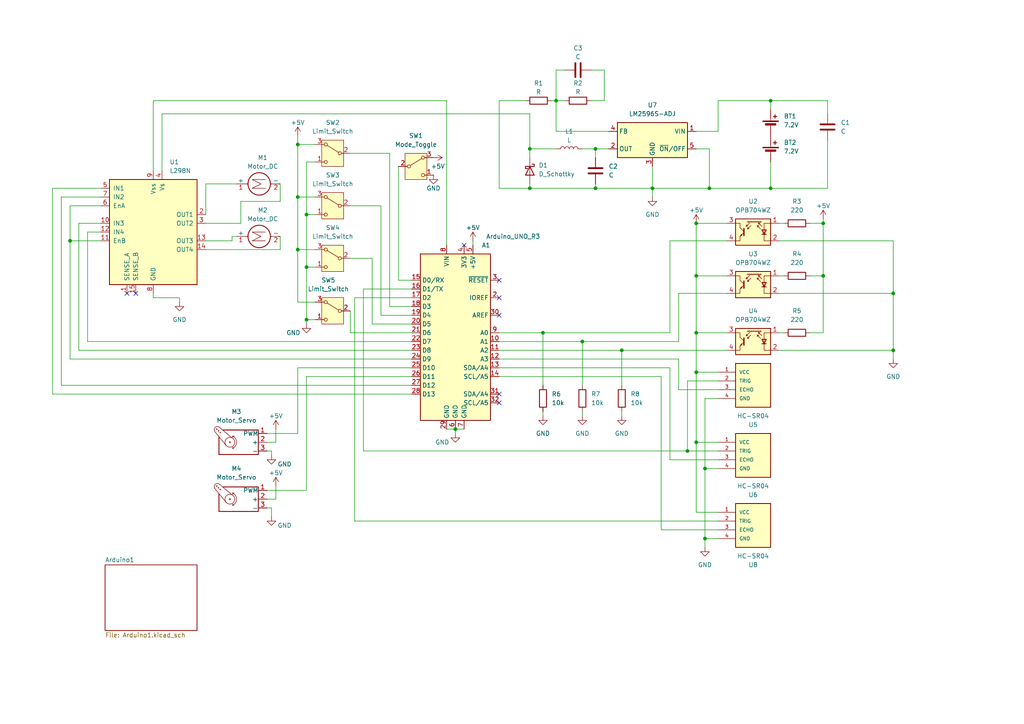
<source format=kicad_sch>
(kicad_sch (version 20230121) (generator eeschema)
  (paper "A4")
  (lib_symbols
    (symbol "Device:Battery_Cell" (pin_numbers hide) (pin_names (offset 0) hide)
      (property "Reference" "BT" (at 2.54 2.54 0))
      (property "Value" "Battery_Cell" (at 2.54 0 0))
      (symbol "Battery_Cell_0_1"
        (rectangle (start -2.286 1.778) (end 2.286 1.524) (fill (type outline)))
        (rectangle (start -1.524 1.016) (end 1.524 0.508) (fill (type outline)))
        (polyline (pts (xy 0 0.762) (xy 0 0)))
        (polyline (pts (xy 0 1.778) (xy 0 2.54)))
        (polyline (pts (xy 0.762 3.048) (xy 1.778 3.048)) (stroke (width 0.254)))
        (polyline (pts (xy 1.27 3.556) (xy 1.27 2.54)) (stroke (width 0.254)))
      )
      (symbol "Battery_Cell_1_1"
        (pin passive line (at 0 5.08 270) (length 2.54) (name "+") (number "1"))
        (pin passive line (at 0 -2.54 90) (length 2.54) (name "-") (number "2"))
      )
    )
    (symbol "Device:C" (pin_numbers hide) (pin_names (offset 0.254))
      (property "Reference" "C" (at 0.635 2.54 0))
      (property "Value" "C" (at 0.635 -2.54 0))
      (symbol "C_0_1"
        (polyline (pts (xy -2.032 -0.762) (xy 2.032 -0.762)) (stroke (width 0.508)))
        (polyline (pts (xy -2.032 0.762) (xy 2.032 0.762)) (stroke (width 0.508)))
      )
      (symbol "C_1_1"
        (pin passive line (at 0 3.81 270) (length 2.794) (name "~") (number "1"))
        (pin passive line (at 0 -3.81 90) (length 2.794) (name "~") (number "2"))
      )
    )
    (symbol "Device:D_Schottky" (pin_numbers hide) (pin_names (offset 1.016) hide)
      (property "Reference" "D" (at 0 2.54 0))
      (property "Value" "D_Schottky" (at 0 -2.54 0))
      (symbol "D_Schottky_0_1"
        (polyline (pts (xy 1.27 0) (xy -1.27 0)))
        (polyline (pts (xy 1.27 1.27) (xy 1.27 -1.27) (xy -1.27 0) (xy 1.27 1.27)) (stroke (width 0.254)))
        (polyline (pts (xy -1.905 0.635) (xy -1.905 1.27) (xy -1.27 1.27) (xy -1.27 -1.27) (xy -0.635 -1.27) (xy -0.635 -0.635)) (stroke (width 0.254)))
      )
      (symbol "D_Schottky_1_1"
        (pin passive line (at -3.81 0 0) (length 2.54) (name "K") (number "1"))
        (pin passive line (at 3.81 0 180) (length 2.54) (name "A") (number "2"))
      )
    )
    (symbol "Device:L" (pin_numbers hide) (pin_names (offset 1.016) hide)
      (property "Reference" "L" (at -1.27 0 90))
      (property "Value" "L" (at 1.905 0 90))
      (symbol "L_0_1"
        (arc (start 0 -2.54) (mid 0.6323 -1.905) (end 0 -1.27))
        (arc (start 0 -1.27) (mid 0.6323 -0.635) (end 0 0))
        (arc (start 0 0) (mid 0.6323 0.635) (end 0 1.27))
        (arc (start 0 1.27) (mid 0.6323 1.905) (end 0 2.54))
      )
      (symbol "L_1_1"
        (pin passive line (at 0 3.81 270) (length 1.27) (name "1") (number "1"))
        (pin passive line (at 0 -3.81 90) (length 1.27) (name "2") (number "2"))
      )
    )
    (symbol "Device:R" (pin_numbers hide) (pin_names (offset 0))
      (property "Reference" "R" (at 2.032 0 90))
      (property "Value" "R" (at 0 0 90))
      (symbol "R_0_1"
        (rectangle (start -1.016 -2.54) (end 1.016 2.54) (stroke (width 0.254)))
      )
      (symbol "R_1_1"
        (pin passive line (at 0 3.81 270) (length 1.27) (name "~") (number "1"))
        (pin passive line (at 0 -3.81 90) (length 1.27) (name "~") (number "2"))
      )
    )
    (symbol "Driver_Motor:L298N" (pin_names (offset 1.016))
      (property "Reference" "U" (at -10.16 16.51 0))
      (property "Value" "L298N" (at 12.7 16.51 0))
      (symbol "L298N_0_1"
        (rectangle (start -12.7 15.24) (end 12.7 -15.24) (stroke (width 0.254)) (fill (type background)))
      )
      (symbol "L298N_1_1"
        (pin power_in line (at -7.62 -17.78 90) (length 2.54) (name "SENSE_A") (number "1"))
        (pin input line (at -15.24 2.54 0) (length 2.54) (name "IN3") (number "10"))
        (pin input line (at -15.24 -2.54 0) (length 2.54) (name "EnB") (number "11"))
        (pin input line (at -15.24 0 0) (length 2.54) (name "IN4") (number "12"))
        (pin output line (at 15.24 -2.54 180) (length 2.54) (name "OUT3") (number "13"))
        (pin output line (at 15.24 -5.08 180) (length 2.54) (name "OUT4") (number "14"))
        (pin power_in line (at -5.08 -17.78 90) (length 2.54) (name "SENSE_B") (number "15"))
        (pin output line (at 15.24 5.08 180) (length 2.54) (name "OUT1") (number "2"))
        (pin output line (at 15.24 2.54 180) (length 2.54) (name "OUT2") (number "3"))
        (pin power_in line (at 2.54 17.78 270) (length 2.54) (name "Vs") (number "4"))
        (pin input line (at -15.24 12.7 0) (length 2.54) (name "IN1") (number "5"))
        (pin input line (at -15.24 7.62 0) (length 2.54) (name "EnA") (number "6"))
        (pin input line (at -15.24 10.16 0) (length 2.54) (name "IN2") (number "7"))
        (pin power_in line (at 0 -17.78 90) (length 2.54) (name "GND") (number "8"))
        (pin power_in line (at 0 17.78 270) (length 2.54) (name "Vss") (number "9"))
      )
    )
    (symbol "HC-SR04:HC-SR04" (pin_names (offset 1.016))
      (property "Reference" "U" (at 0 5.0813 0))
      (property "Value" "HC-SR04" (at 0 -10.163 0))
      (symbol "HC-SR04_0_0"
        (rectangle (start 0 -7.62) (end 10.16 5.08) (stroke (width 0.254)) (fill (type background)))
        (pin power_in line (at -5.08 2.54 0) (length 5.08) (name "VCC") (number "1"))
        (pin bidirectional line (at -5.08 0 0) (length 5.08) (name "TRIG") (number "2"))
        (pin bidirectional line (at -5.08 -2.54 0) (length 5.08) (name "ECHO") (number "3"))
        (pin power_in line (at -5.08 -5.08 0) (length 5.08) (name "GND") (number "4"))
      )
    )
    (symbol "MCU_Module:Arduino_UNO_R3"
      (property "Reference" "A" (at -10.16 23.495 0))
      (property "Value" "Arduino_UNO_R3" (at 5.08 -26.67 0))
      (symbol "Arduino_UNO_R3_0_1"
        (rectangle (start -10.16 22.86) (end 10.16 -25.4) (stroke (width 0.254)) (fill (type background)))
      )
      (symbol "Arduino_UNO_R3_1_1"
        (pin no_connect line (at -10.16 -20.32 0) (length 2.54) hide (name "NC") (number "1"))
        (pin bidirectional line (at 12.7 -2.54 180) (length 2.54) (name "A1") (number "10"))
        (pin bidirectional line (at 12.7 -5.08 180) (length 2.54) (name "A2") (number "11"))
        (pin bidirectional line (at 12.7 -7.62 180) (length 2.54) (name "A3") (number "12"))
        (pin bidirectional line (at 12.7 -10.16 180) (length 2.54) (name "SDA/A4") (number "13"))
        (pin bidirectional line (at 12.7 -12.7 180) (length 2.54) (name "SCL/A5") (number "14"))
        (pin bidirectional line (at -12.7 15.24 0) (length 2.54) (name "D0/RX") (number "15"))
        (pin bidirectional line (at -12.7 12.7 0) (length 2.54) (name "D1/TX") (number "16"))
        (pin bidirectional line (at -12.7 10.16 0) (length 2.54) (name "D2") (number "17"))
        (pin bidirectional line (at -12.7 7.62 0) (length 2.54) (name "D3") (number "18"))
        (pin bidirectional line (at -12.7 5.08 0) (length 2.54) (name "D4") (number "19"))
        (pin output line (at 12.7 10.16 180) (length 2.54) (name "IOREF") (number "2"))
        (pin bidirectional line (at -12.7 2.54 0) (length 2.54) (name "D5") (number "20"))
        (pin bidirectional line (at -12.7 0 0) (length 2.54) (name "D6") (number "21"))
        (pin bidirectional line (at -12.7 -2.54 0) (length 2.54) (name "D7") (number "22"))
        (pin bidirectional line (at -12.7 -5.08 0) (length 2.54) (name "D8") (number "23"))
        (pin bidirectional line (at -12.7 -7.62 0) (length 2.54) (name "D9") (number "24"))
        (pin bidirectional line (at -12.7 -10.16 0) (length 2.54) (name "D10") (number "25"))
        (pin bidirectional line (at -12.7 -12.7 0) (length 2.54) (name "D11") (number "26"))
        (pin bidirectional line (at -12.7 -15.24 0) (length 2.54) (name "D12") (number "27"))
        (pin bidirectional line (at -12.7 -17.78 0) (length 2.54) (name "D13") (number "28"))
        (pin power_in line (at -2.54 -27.94 90) (length 2.54) (name "GND") (number "29"))
        (pin input line (at 12.7 15.24 180) (length 2.54) (name "~{RESET}") (number "3"))
        (pin input line (at 12.7 5.08 180) (length 2.54) (name "AREF") (number "30"))
        (pin bidirectional line (at 12.7 -17.78 180) (length 2.54) (name "SDA/A4") (number "31"))
        (pin bidirectional line (at 12.7 -20.32 180) (length 2.54) (name "SCL/A5") (number "32"))
        (pin power_out line (at 2.54 25.4 270) (length 2.54) (name "3V3") (number "4"))
        (pin power_out line (at 5.08 25.4 270) (length 2.54) (name "+5V") (number "5"))
        (pin power_in line (at 0 -27.94 90) (length 2.54) (name "GND") (number "6"))
        (pin power_in line (at 2.54 -27.94 90) (length 2.54) (name "GND") (number "7"))
        (pin power_in line (at -2.54 25.4 270) (length 2.54) (name "VIN") (number "8"))
        (pin bidirectional line (at 12.7 0 180) (length 2.54) (name "A0") (number "9"))
      )
    )
    (symbol "Motor:Motor_DC" (pin_names (offset 0))
      (property "Reference" "M" (at 2.54 2.54 0))
      (property "Value" "Motor_DC" (at 2.54 -5.08 0))
      (symbol "Motor_DC_0_0"
        (polyline (pts (xy -1.27 -3.302) (xy -1.27 0.508) (xy 0 -2.032) (xy 1.27 0.508) (xy 1.27 -3.302)))
      )
      (symbol "Motor_DC_0_1"
        (circle (center 0 -1.524) (radius 3.2512) (stroke (width 0.254)))
        (polyline (pts (xy 0 -7.62) (xy 0 -7.112)))
        (polyline (pts (xy 0 -4.7752) (xy 0 -5.1816)))
        (polyline (pts (xy 0 1.7272) (xy 0 2.0828)))
        (polyline (pts (xy 0 2.032) (xy 0 2.54)))
      )
      (symbol "Motor_DC_1_1"
        (pin passive line (at 0 5.08 270) (length 2.54) (name "+") (number "1"))
        (pin passive line (at 0 -7.62 90) (length 2.54) (name "-") (number "2"))
      )
    )
    (symbol "Motor:Motor_Servo" (pin_names (offset 0.0254))
      (property "Reference" "M" (at -5.08 4.445 0))
      (property "Value" "Motor_Servo" (at -5.08 -4.064 0))
      (symbol "Motor_Servo_0_1"
        (polyline (pts (xy 2.413 -1.778) (xy 2.032 -1.778)))
        (polyline (pts (xy 2.413 -1.778) (xy 2.286 -1.397)))
        (polyline (pts (xy 2.413 1.778) (xy 1.905 1.778)))
        (polyline (pts (xy 2.413 1.778) (xy 2.286 1.397)))
        (polyline (pts (xy 6.35 4.445) (xy 2.54 1.27)))
        (polyline (pts (xy 7.62 3.175) (xy 4.191 -1.016)))
        (polyline (pts (xy 5.08 3.556) (xy -5.08 3.556) (xy -5.08 -3.556) (xy 6.35 -3.556) (xy 6.35 1.524)) (stroke (width 0.254)))
        (arc (start 2.413 1.778) (mid 1.2406 0) (end 2.413 -1.778))
        (circle (center 3.175 0) (radius 0.1778))
        (circle (center 3.175 0) (radius 1.4224))
        (circle (center 5.969 2.794) (radius 0.127))
        (circle (center 6.477 3.302) (radius 0.127))
        (circle (center 6.985 3.81) (radius 0.127))
        (arc (start 7.62 3.175) (mid 7.4485 4.2735) (end 6.35 4.445))
      )
      (symbol "Motor_Servo_1_1"
        (pin passive line (at -7.62 2.54 0) (length 2.54) (name "PWM") (number "1"))
        (pin passive line (at -7.62 0 0) (length 2.54) (name "+") (number "2"))
        (pin passive line (at -7.62 -2.54 0) (length 2.54) (name "-") (number "3"))
      )
    )
    (symbol "Regulator_Switching:LM2596S-ADJ"
      (property "Reference" "U" (at -10.16 6.35 0))
      (property "Value" "LM2596S-ADJ" (at 0 6.35 0))
      (symbol "LM2596S-ADJ_0_1"
        (rectangle (start -10.16 5.08) (end 10.16 -5.08) (stroke (width 0.254)) (fill (type background)))
      )
      (symbol "LM2596S-ADJ_1_1"
        (pin power_in line (at -12.7 2.54 0) (length 2.54) (name "VIN") (number "1"))
        (pin output line (at 12.7 -2.54 180) (length 2.54) (name "OUT") (number "2"))
        (pin power_in line (at 0 -7.62 90) (length 2.54) (name "GND") (number "3"))
        (pin input line (at 12.7 2.54 180) (length 2.54) (name "FB") (number "4"))
        (pin input line (at -12.7 -2.54 0) (length 2.54) (name "~{ON}/OFF") (number "5"))
      )
    )
    (symbol "Sensor_Proximity:CNY70" (pin_names (offset 1.016) hide)
      (property "Reference" "U" (at -5.08 5.08 0))
      (property "Value" "CNY70" (at 5.08 5.08 0))
      (symbol "CNY70_0_1"
        (polyline (pts (xy -3.81 -0.635) (xy -2.54 -0.635)) (stroke (width 0.254)))
        (polyline (pts (xy -2.286 2.921) (xy -2.032 3.175)))
        (polyline (pts (xy -1.778 2.921) (xy -1.524 3.175)))
        (polyline (pts (xy -1.524 2.667) (xy -1.651 2.159)))
        (polyline (pts (xy -1.27 2.921) (xy -1.016 3.175)))
        (polyline (pts (xy -1.143 1.905) (xy -1.27 1.397)))
        (polyline (pts (xy -0.762 2.921) (xy -0.508 3.175)))
        (polyline (pts (xy -0.254 2.921) (xy 0 3.175)))
        (polyline (pts (xy 0.254 2.921) (xy 0.508 3.175)))
        (polyline (pts (xy 0.762 2.921) (xy 1.016 3.175)))
        (polyline (pts (xy 1.27 2.921) (xy 1.524 3.175)))
        (polyline (pts (xy 1.651 0.889) (xy 1.143 1.016)))
        (polyline (pts (xy 1.778 2.921) (xy -2.413 2.921)))
        (polyline (pts (xy 2.032 1.651) (xy 1.524 1.778)))
        (polyline (pts (xy 2.667 -0.127) (xy 3.81 -1.27)))
        (polyline (pts (xy 2.667 0.127) (xy 3.81 1.27)))
        (polyline (pts (xy -2.54 1.651) (xy -1.524 2.667) (xy -2.032 2.54)))
        (polyline (pts (xy -2.159 0.889) (xy -1.143 1.905) (xy -1.651 1.778)))
        (polyline (pts (xy 0.635 1.905) (xy 1.651 0.889) (xy 1.524 1.397)))
        (polyline (pts (xy 1.016 2.667) (xy 2.032 1.651) (xy 1.905 2.159)))
        (polyline (pts (xy 2.667 1.016) (xy 2.667 -1.016) (xy 2.667 -1.016)) (stroke (width 0.3556)))
        (polyline (pts (xy 3.81 -1.27) (xy 3.81 -2.54) (xy 5.08 -2.54)))
        (polyline (pts (xy 3.81 1.27) (xy 3.81 2.54) (xy 5.08 2.54)))
        (polyline (pts (xy -5.08 -2.54) (xy -3.175 -2.54) (xy -3.175 2.54) (xy -5.08 2.54)))
        (polyline (pts (xy -3.175 -0.635) (xy -3.81 0.635) (xy -2.54 0.635) (xy -3.175 -0.635)) (stroke (width 0.254)))
        (polyline (pts (xy 3.683 -1.143) (xy 3.429 -0.635) (xy 3.175 -0.889) (xy 3.683 -1.143)))
        (polyline (pts (xy -5.08 -3.81) (xy 5.08 -3.81) (xy 5.08 3.81) (xy -5.08 3.81) (xy -5.08 -3.81)) (stroke (width 0.254)) (fill (type background)))
      )
      (symbol "CNY70_1_1"
        (pin passive line (at -7.62 2.54 0) (length 2.54) (name "A") (number "1"))
        (pin passive line (at -7.62 -2.54 0) (length 2.54) (name "K") (number "2"))
        (pin open_collector line (at 7.62 2.54 180) (length 2.54) (name "C") (number "3"))
        (pin open_emitter line (at 7.62 -2.54 180) (length 2.54) (name "E") (number "4"))
      )
    )
    (symbol "Switch:SW_Nidec_CAS-120A1" (pin_names (offset 1) hide)
      (property "Reference" "SW" (at 0 4.318 0))
      (property "Value" "SW_Nidec_CAS-120A1" (at 0 -5.08 0))
      (symbol "SW_Nidec_CAS-120A1_0_1"
        (circle (center -2.032 0) (radius 0.4572))
        (polyline (pts (xy -1.651 0.254) (xy 1.651 2.286)))
        (circle (center 2.032 -2.54) (radius 0.4572))
        (circle (center 2.032 2.54) (radius 0.4572))
      )
      (symbol "SW_Nidec_CAS-120A1_1_1"
        (rectangle (start -3.175 3.81) (end 3.175 -3.81) (fill (type background)))
        (pin passive line (at 5.08 -2.54 180) (length 2.54) (name "C") (number "1"))
        (pin passive line (at -5.08 0 0) (length 2.54) (name "B") (number "2"))
        (pin passive line (at 5.08 2.54 180) (length 2.54) (name "A") (number "3"))
      )
    )
    (symbol "power:+5V" (power) (pin_names (offset 0))
      (property "Value" "+5V" (at 0 3.556 0))
      (symbol "+5V_0_1"
        (polyline (pts (xy -0.762 1.27) (xy 0 2.54)))
        (polyline (pts (xy 0 0) (xy 0 2.54)))
        (polyline (pts (xy 0 2.54) (xy 0.762 1.27)))
      )
      (symbol "+5V_1_1"
        (pin power_in line (at 0 0 90) (length 0) hide (name "+5V") (number "1"))
      )
    )
    (symbol "power:GND" (power) (pin_names (offset 0))
      (property "Value" "GND" (at 0 -3.81 0))
      (symbol "GND_0_1"
        (polyline (pts (xy 0 0) (xy 0 -1.27) (xy 1.27 -1.27) (xy 0 -2.54) (xy -1.27 -1.27) (xy 0 -1.27)))
      )
      (symbol "GND_1_1"
        (pin power_in line (at 0 0 270) (length 0) hide (name "GND") (number "1"))
      )
    )
  )
  (junction (at 201.93 96.52))
  (junction (at 86.36 41.91))
  (junction (at 88.9 92.71))
  (junction (at 172.72 43.18))
  (junction (at 259.08 85.09))
  (junction (at 172.72 54.61))
  (junction (at 168.91 99.06))
  (junction (at 20.32 69.85))
  (junction (at 88.9 62.23))
  (junction (at 205.74 54.61))
  (junction (at 88.9 77.47))
  (junction (at 204.47 135.89))
  (junction (at 223.52 29.21))
  (junction (at 201.93 128.27))
  (junction (at 180.34 101.6))
  (junction (at 132.08 124.46))
  (junction (at 259.08 101.6))
  (junction (at 201.93 80.01))
  (junction (at 189.23 54.61))
  (junction (at 204.47 156.21))
  (junction (at 238.76 80.01))
  (junction (at 86.36 57.15))
  (junction (at 201.93 107.95))
  (junction (at 161.29 29.21))
  (junction (at 223.52 54.61))
  (junction (at 153.67 43.18))
  (junction (at 86.36 72.39))
  (junction (at 153.67 54.61))
  (junction (at 238.76 64.77))
  (junction (at 199.39 130.81))
  (junction (at 201.93 64.77))
  (junction (at 157.48 96.52))
  (no_connect (at 144.78 81.28))
  (no_connect (at 144.78 114.3))
  (no_connect (at 144.78 86.36))
  (no_connect (at 36.83 85.09))
  (no_connect (at 144.78 116.84))
  (no_connect (at 134.62 71.12))
  (no_connect (at 39.37 85.09))
  (no_connect (at 144.78 91.44))
  (wire (pts (xy 119.38 88.9) (xy 113.03 88.9)))
  (wire (pts (xy 20.32 104.14) (xy 119.38 104.14)))
  (wire (pts (xy 144.78 54.61) (xy 153.67 54.61)))
  (wire (pts (xy 172.72 54.61) (xy 189.23 54.61)))
  (wire (pts (xy 204.47 115.57) (xy 204.47 135.89)))
  (wire (pts (xy 259.08 104.14) (xy 259.08 101.6)))
  (wire (pts (xy 77.47 128.27) (xy 80.01 128.27)))
  (wire (pts (xy 153.67 43.18) (xy 153.67 45.72)))
  (wire (pts (xy 101.6 90.17) (xy 101.6 96.52)))
  (wire (pts (xy 67.31 68.58) (xy 67.31 69.85)))
  (wire (pts (xy 119.38 93.98) (xy 107.95 93.98)))
  (wire (pts (xy 210.82 64.77) (xy 201.93 64.77)))
  (wire (pts (xy 191.77 109.22) (xy 191.77 153.67)))
  (wire (pts (xy 20.32 69.85) (xy 29.21 69.85)))
  (wire (pts (xy 172.72 43.18) (xy 176.53 43.18)))
  (wire (pts (xy 157.48 96.52) (xy 157.48 111.76)))
  (wire (pts (xy 161.29 29.21) (xy 163.83 29.21)))
  (wire (pts (xy 199.39 130.81) (xy 208.28 130.81)))
  (wire (pts (xy 223.52 31.75) (xy 223.52 29.21)))
  (wire (pts (xy 189.23 54.61) (xy 205.74 54.61)))
  (wire (pts (xy 189.23 48.26) (xy 189.23 54.61)))
  (wire (pts (xy 153.67 54.61) (xy 172.72 54.61)))
  (wire (pts (xy 201.93 96.52) (xy 210.82 96.52)))
  (wire (pts (xy 168.91 99.06) (xy 144.78 99.06)))
  (wire (pts (xy 88.9 77.47) (xy 88.9 92.71)))
  (wire (pts (xy 91.44 72.39) (xy 86.36 72.39)))
  (wire (pts (xy 168.91 43.18) (xy 172.72 43.18)))
  (wire (pts (xy 69.85 58.42) (xy 81.28 58.42)))
  (wire (pts (xy 238.76 80.01) (xy 238.76 96.52)))
  (wire (pts (xy 191.77 153.67) (xy 208.28 153.67)))
  (wire (pts (xy 137.16 69.85) (xy 137.16 71.12)))
  (wire (pts (xy 204.47 156.21) (xy 208.28 156.21)))
  (wire (pts (xy 88.9 62.23) (xy 88.9 77.47)))
  (wire (pts (xy 161.29 43.18) (xy 153.67 43.18)))
  (wire (pts (xy 29.21 57.15) (xy 17.78 57.15)))
  (wire (pts (xy 144.78 104.14) (xy 196.85 104.14)))
  (wire (pts (xy 201.93 96.52) (xy 201.93 107.95)))
  (wire (pts (xy 20.32 69.85) (xy 20.32 104.14)))
  (wire (pts (xy 208.28 151.13) (xy 102.87 151.13)))
  (wire (pts (xy 78.74 147.32) (xy 78.74 149.86)))
  (wire (pts (xy 223.52 54.61) (xy 240.03 54.61)))
  (wire (pts (xy 102.87 86.36) (xy 119.38 86.36)))
  (wire (pts (xy 78.74 130.81) (xy 78.74 132.08)))
  (wire (pts (xy 201.93 64.77) (xy 201.93 80.01)))
  (wire (pts (xy 81.28 72.39) (xy 81.28 68.58)))
  (wire (pts (xy 196.85 85.09) (xy 210.82 85.09)))
  (wire (pts (xy 196.85 104.14) (xy 196.85 113.03)))
  (wire (pts (xy 196.85 85.09) (xy 196.85 99.06)))
  (wire (pts (xy 25.4 99.06) (xy 119.38 99.06)))
  (wire (pts (xy 194.31 69.85) (xy 210.82 69.85)))
  (wire (pts (xy 208.28 29.21) (xy 208.28 38.1)))
  (wire (pts (xy 196.85 113.03) (xy 208.28 113.03)))
  (wire (pts (xy 161.29 20.32) (xy 161.29 29.21)))
  (wire (pts (xy 259.08 69.85) (xy 259.08 85.09)))
  (wire (pts (xy 29.21 54.61) (xy 15.24 54.61)))
  (wire (pts (xy 196.85 99.06) (xy 168.91 99.06)))
  (wire (pts (xy 171.45 29.21) (xy 175.26 29.21)))
  (wire (pts (xy 77.47 130.81) (xy 78.74 130.81)))
  (wire (pts (xy 110.49 91.44) (xy 110.49 59.69)))
  (wire (pts (xy 226.06 85.09) (xy 259.08 85.09)))
  (wire (pts (xy 86.36 41.91) (xy 86.36 57.15)))
  (wire (pts (xy 238.76 63.5) (xy 238.76 64.77)))
  (wire (pts (xy 208.28 38.1) (xy 201.93 38.1)))
  (wire (pts (xy 153.67 33.02) (xy 153.67 43.18)))
  (wire (pts (xy 226.06 96.52) (xy 227.33 96.52)))
  (wire (pts (xy 91.44 87.63) (xy 86.36 87.63)))
  (wire (pts (xy 80.01 144.78) (xy 80.01 140.97)))
  (wire (pts (xy 234.95 80.01) (xy 238.76 80.01)))
  (wire (pts (xy 86.36 57.15) (xy 91.44 57.15)))
  (wire (pts (xy 180.34 119.38) (xy 180.34 120.65)))
  (wire (pts (xy 88.9 109.22) (xy 88.9 142.24)))
  (wire (pts (xy 17.78 57.15) (xy 17.78 111.76)))
  (wire (pts (xy 105.41 83.82) (xy 105.41 130.81)))
  (wire (pts (xy 204.47 135.89) (xy 208.28 135.89)))
  (wire (pts (xy 44.45 86.36) (xy 52.07 86.36)))
  (wire (pts (xy 160.02 29.21) (xy 161.29 29.21)))
  (wire (pts (xy 17.78 111.76) (xy 119.38 111.76)))
  (wire (pts (xy 226.06 69.85) (xy 259.08 69.85)))
  (wire (pts (xy 91.44 77.47) (xy 88.9 77.47)))
  (wire (pts (xy 105.41 83.82) (xy 119.38 83.82)))
  (wire (pts (xy 110.49 59.69) (xy 101.6 59.69)))
  (wire (pts (xy 25.4 67.31) (xy 25.4 99.06)))
  (wire (pts (xy 115.57 48.26) (xy 115.57 81.28)))
  (wire (pts (xy 67.31 68.58) (xy 68.58 68.58)))
  (wire (pts (xy 119.38 106.68) (xy 86.36 106.68)))
  (wire (pts (xy 88.9 142.24) (xy 77.47 142.24)))
  (wire (pts (xy 20.32 59.69) (xy 20.32 69.85)))
  (wire (pts (xy 194.31 106.68) (xy 194.31 133.35)))
  (wire (pts (xy 240.03 33.02) (xy 240.03 29.21)))
  (wire (pts (xy 234.95 64.77) (xy 238.76 64.77)))
  (wire (pts (xy 29.21 64.77) (xy 22.86 64.77)))
  (wire (pts (xy 201.93 80.01) (xy 210.82 80.01)))
  (wire (pts (xy 91.44 41.91) (xy 86.36 41.91)))
  (wire (pts (xy 201.93 107.95) (xy 208.28 107.95)))
  (wire (pts (xy 52.07 86.36) (xy 52.07 87.63)))
  (wire (pts (xy 205.74 43.18) (xy 201.93 43.18)))
  (wire (pts (xy 161.29 38.1) (xy 161.29 29.21)))
  (wire (pts (xy 259.08 85.09) (xy 259.08 101.6)))
  (wire (pts (xy 223.52 29.21) (xy 240.03 29.21)))
  (wire (pts (xy 88.9 62.23) (xy 91.44 62.23)))
  (wire (pts (xy 194.31 69.85) (xy 194.31 96.52)))
  (wire (pts (xy 194.31 133.35) (xy 208.28 133.35)))
  (wire (pts (xy 44.45 29.21) (xy 44.45 49.53)))
  (wire (pts (xy 101.6 44.45) (xy 113.03 44.45)))
  (wire (pts (xy 172.72 43.18) (xy 172.72 45.72)))
  (wire (pts (xy 129.54 29.21) (xy 129.54 71.12)))
  (wire (pts (xy 226.06 64.77) (xy 227.33 64.77)))
  (wire (pts (xy 88.9 109.22) (xy 119.38 109.22)))
  (wire (pts (xy 101.6 96.52) (xy 119.38 96.52)))
  (wire (pts (xy 168.91 119.38) (xy 168.91 120.65)))
  (wire (pts (xy 180.34 101.6) (xy 180.34 111.76)))
  (wire (pts (xy 157.48 96.52) (xy 144.78 96.52)))
  (wire (pts (xy 180.34 101.6) (xy 210.82 101.6)))
  (wire (pts (xy 238.76 64.77) (xy 238.76 80.01)))
  (wire (pts (xy 59.69 72.39) (xy 81.28 72.39)))
  (wire (pts (xy 88.9 92.71) (xy 88.9 93.98)))
  (wire (pts (xy 44.45 29.21) (xy 129.54 29.21)))
  (wire (pts (xy 175.26 29.21) (xy 175.26 20.32)))
  (wire (pts (xy 157.48 119.38) (xy 157.48 120.65)))
  (wire (pts (xy 15.24 54.61) (xy 15.24 114.3)))
  (wire (pts (xy 144.78 101.6) (xy 180.34 101.6)))
  (wire (pts (xy 199.39 110.49) (xy 199.39 130.81)))
  (wire (pts (xy 119.38 91.44) (xy 110.49 91.44)))
  (wire (pts (xy 91.44 46.99) (xy 88.9 46.99)))
  (wire (pts (xy 226.06 80.01) (xy 227.33 80.01)))
  (wire (pts (xy 44.45 86.36) (xy 44.45 85.09)))
  (wire (pts (xy 194.31 96.52) (xy 157.48 96.52)))
  (wire (pts (xy 20.32 59.69) (xy 29.21 59.69)))
  (wire (pts (xy 205.74 54.61) (xy 223.52 54.61)))
  (wire (pts (xy 77.47 147.32) (xy 78.74 147.32)))
  (wire (pts (xy 86.36 39.37) (xy 86.36 41.91)))
  (wire (pts (xy 204.47 156.21) (xy 204.47 158.75)))
  (wire (pts (xy 152.4 29.21) (xy 144.78 29.21)))
  (wire (pts (xy 59.69 64.77) (xy 69.85 64.77)))
  (wire (pts (xy 205.74 43.18) (xy 205.74 54.61)))
  (wire (pts (xy 69.85 64.77) (xy 69.85 58.42)))
  (wire (pts (xy 144.78 106.68) (xy 194.31 106.68)))
  (wire (pts (xy 226.06 101.6) (xy 259.08 101.6)))
  (wire (pts (xy 59.69 69.85) (xy 67.31 69.85)))
  (wire (pts (xy 201.93 80.01) (xy 201.93 96.52)))
  (wire (pts (xy 168.91 99.06) (xy 168.91 111.76)))
  (wire (pts (xy 46.99 33.02) (xy 153.67 33.02)))
  (wire (pts (xy 201.93 107.95) (xy 201.93 128.27)))
  (wire (pts (xy 204.47 135.89) (xy 204.47 156.21)))
  (wire (pts (xy 163.83 20.32) (xy 161.29 20.32)))
  (wire (pts (xy 29.21 67.31) (xy 25.4 67.31)))
  (wire (pts (xy 15.24 114.3) (xy 119.38 114.3)))
  (wire (pts (xy 201.93 128.27) (xy 201.93 148.59)))
  (wire (pts (xy 199.39 130.81) (xy 105.41 130.81)))
  (wire (pts (xy 81.28 58.42) (xy 81.28 53.34)))
  (wire (pts (xy 240.03 40.64) (xy 240.03 54.61)))
  (wire (pts (xy 22.86 64.77) (xy 22.86 101.6)))
  (wire (pts (xy 172.72 53.34) (xy 172.72 54.61)))
  (wire (pts (xy 113.03 88.9) (xy 113.03 44.45)))
  (wire (pts (xy 129.54 124.46) (xy 132.08 124.46)))
  (wire (pts (xy 153.67 53.34) (xy 153.67 54.61)))
  (wire (pts (xy 144.78 29.21) (xy 144.78 54.61)))
  (wire (pts (xy 208.28 148.59) (xy 201.93 148.59)))
  (wire (pts (xy 59.69 53.34) (xy 68.58 53.34)))
  (wire (pts (xy 223.52 29.21) (xy 208.28 29.21)))
  (wire (pts (xy 208.28 115.57) (xy 204.47 115.57)))
  (wire (pts (xy 86.36 72.39) (xy 86.36 87.63)))
  (wire (pts (xy 86.36 125.73) (xy 77.47 125.73)))
  (wire (pts (xy 189.23 54.61) (xy 189.23 57.15)))
  (wire (pts (xy 86.36 57.15) (xy 86.36 72.39)))
  (wire (pts (xy 22.86 101.6) (xy 119.38 101.6)))
  (wire (pts (xy 59.69 62.23) (xy 59.69 53.34)))
  (wire (pts (xy 80.01 128.27) (xy 80.01 124.46)))
  (wire (pts (xy 88.9 46.99) (xy 88.9 62.23)))
  (wire (pts (xy 208.28 110.49) (xy 199.39 110.49)))
  (wire (pts (xy 107.95 74.93) (xy 101.6 74.93)))
  (wire (pts (xy 107.95 93.98) (xy 107.95 74.93)))
  (wire (pts (xy 115.57 81.28) (xy 119.38 81.28)))
  (wire (pts (xy 102.87 151.13) (xy 102.87 86.36)))
  (wire (pts (xy 201.93 128.27) (xy 208.28 128.27)))
  (wire (pts (xy 132.08 124.46) (xy 134.62 124.46)))
  (wire (pts (xy 46.99 33.02) (xy 46.99 49.53)))
  (wire (pts (xy 91.44 92.71) (xy 88.9 92.71)))
  (wire (pts (xy 223.52 46.99) (xy 223.52 54.61)))
  (wire (pts (xy 161.29 38.1) (xy 176.53 38.1)))
  (wire (pts (xy 175.26 20.32) (xy 171.45 20.32)))
  (wire (pts (xy 86.36 106.68) (xy 86.36 125.73)))
  (wire (pts (xy 144.78 109.22) (xy 191.77 109.22)))
  (wire (pts (xy 132.08 124.46) (xy 132.08 125.73)))
  (wire (pts (xy 234.95 96.52) (xy 238.76 96.52)))
  (wire (pts (xy 77.47 144.78) (xy 80.01 144.78)))
  (symbol (lib_id "HC-SR04:HC-SR04") (at 213.36 151.13 0) (unit 1)
    (property "Reference" "U8" (at 218.44 163.83 0))
    (property "Value" "HC-SR04" (at 218.44 161.29 0))
    (property "Footprint" "HC-SR04:XCVR_HC-SR04" (effects hide))
    (property "MF" "SparkFun Electronics" (effects hide))
    (property "Description" "\nHC-SR04 Ultrasonic Sensor Qwiic Platform Evaluation Expansion Board\n" (effects hide))
    (property "Package" "None" (effects hide))
    (property "Price" "None" (effects hide))
    (property "Check_prices" "https://www.snapeda.com/parts/HC-SR04/SparkFun+Electronics/view-part/?ref=eda" (effects hide))
    (property "SnapEDA_Link" "https://www.snapeda.com/parts/HC-SR04/SparkFun+Electronics/view-part/?ref=snap" (effects hide))
    (property "MP" "HC-SR04" (effects hide))
    (property "Availability" "Not in stock" (effects hide))
    (property "MANUFACTURER" "Osepp" (effects hide))
  )
  (symbol (lib_id "power:+5V") (at 201.93 64.77 0) (unit 1)
    (property "Reference" "#PWR07" (effects hide))
    (property "Value" "+5V" (at 201.93 60.96 0))
  )
  (symbol (lib_id "Motor:Motor_DC") (at 73.66 53.34 90) (unit 1)
    (property "Reference" "M1" (at 76.2 45.72 90))
    (property "Value" "Motor_DC" (at 76.2 48.26 90))
  )
  (symbol (lib_id "Device:Battery_Cell") (at 223.52 44.45 0) (unit 1)
    (property "Reference" "BT2" (at 227.33 41.3385 0) (effects (justify left)))
    (property "Value" "7.2V" (at 227.33 43.8785 0) (effects (justify left)))
  )
  (symbol (lib_id "Switch:SW_Nidec_CAS-120A1") (at 120.65 48.26 0) (unit 1)
    (property "Reference" "SW1" (at 120.65 39.37 0))
    (property "Value" "Mode_Toggle" (at 120.65 41.91 0))
    (property "Footprint" "Button_Switch_SMD:Nidec_Copal_CAS-120A" (effects hide))
    (property "Datasheet" "https://www.nidec-components.com/e/catalog/switch/cas.pdf" (effects hide))
  )
  (symbol (lib_id "Driver_Motor:L298N") (at 44.45 67.31 0) (unit 1)
    (property "Reference" "U1" (at 49.1841 46.99 0) (effects (justify left)))
    (property "Value" "L298N" (at 49.1841 49.53 0) (effects (justify left)))
    (property "Footprint" "Package_TO_SOT_THT:TO-220-15_P2.54x2.54mm_StaggerOdd_Lead4.58mm_Vertical" (effects hide))
    (property "Datasheet" "http://www.st.com/st-web-ui/static/active/en/resource/technical/document/datasheet/CD00000240.pdf" (effects hide))
  )
  (symbol (lib_id "Regulator_Switching:LM2596S-ADJ") (at 189.23 40.64 0) (mirror y) (unit 1)
    (property "Reference" "U7" (at 189.23 30.48 0))
    (property "Value" "LM2596S-ADJ" (at 189.23 33.02 0))
    (property "Footprint" "Package_TO_SOT_SMD:TO-263-5_TabPin3" (effects hide))
    (property "Datasheet" "http://www.ti.com/lit/ds/symlink/lm2596.pdf" (effects hide))
  )
  (symbol (lib_id "power:GND") (at 132.08 125.73 0) (unit 1)
    (property "Reference" "#PWR04" (effects hide))
    (property "Value" "GND" (at 128.27 128.27 0))
  )
  (symbol (lib_id "Device:C") (at 167.64 20.32 90) (unit 1)
    (property "Reference" "C3" (at 167.64 13.97 90))
    (property "Value" "C" (at 167.64 16.51 90))
  )
  (symbol (lib_id "Device:R") (at 231.14 96.52 90) (unit 1)
    (property "Reference" "R5" (at 231.14 90.17 90))
    (property "Value" "220" (at 231.14 92.71 90))
  )
  (symbol (lib_id "Device:R") (at 168.91 115.57 0) (unit 1)
    (property "Reference" "R7" (at 171.45 114.3 0) (effects (justify left)))
    (property "Value" "10k" (at 171.45 116.84 0) (effects (justify left)))
  )
  (symbol (lib_id "power:GND") (at 78.74 149.86 0) (unit 1)
    (property "Reference" "#PWR012" (effects hide))
    (property "Value" "GND" (at 82.55 152.4 0))
  )
  (symbol (lib_id "Device:R") (at 157.48 115.57 0) (unit 1)
    (property "Reference" "R6" (at 160.02 114.3 0) (effects (justify left)))
    (property "Value" "10k" (at 160.02 116.84 0) (effects (justify left)))
  )
  (symbol (lib_id "Device:C") (at 240.03 36.83 0) (unit 1)
    (property "Reference" "C1" (at 243.84 35.56 0) (effects (justify left)))
    (property "Value" "C" (at 243.84 38.1 0) (effects (justify left)))
  )
  (symbol (lib_id "Switch:SW_Nidec_CAS-120A1") (at 96.52 59.69 0) (mirror y) (unit 1)
    (property "Reference" "SW3" (at 96.52 50.8 0))
    (property "Value" "Limit_Switch" (at 96.52 53.34 0))
    (property "Footprint" "Button_Switch_SMD:Nidec_Copal_CAS-120A" (effects hide))
    (property "Datasheet" "https://www.nidec-components.com/e/catalog/switch/cas.pdf" (effects hide))
  )
  (symbol (lib_id "power:GND") (at 125.73 50.8 0) (unit 1)
    (property "Reference" "#PWR016" (effects hide))
    (property "Value" "GND" (at 125.73 54.61 0))
  )
  (symbol (lib_id "Sensor_Proximity:CNY70") (at 218.44 67.31 0) (mirror y) (unit 1)
    (property "Reference" "U2" (at 218.44 58.42 0))
    (property "Value" "OPB704WZ" (at 218.44 60.96 0))
    (property "Footprint" "OptoDevice:Vishay_CNY70" (effects hide))
    (property "Datasheet" "https://www.vishay.com/docs/83751/cny70.pdf" (effects hide))
  )
  (symbol (lib_id "HC-SR04:HC-SR04") (at 213.36 130.81 0) (unit 1)
    (property "Reference" "U6" (at 218.44 143.51 0))
    (property "Value" "HC-SR04" (at 218.44 140.97 0))
    (property "Footprint" "HC-SR04:XCVR_HC-SR04" (effects hide))
    (property "MF" "SparkFun Electronics" (effects hide))
    (property "Description" "\nHC-SR04 Ultrasonic Sensor Qwiic Platform Evaluation Expansion Board\n" (effects hide))
    (property "Package" "None" (effects hide))
    (property "Price" "None" (effects hide))
    (property "Check_prices" "https://www.snapeda.com/parts/HC-SR04/SparkFun+Electronics/view-part/?ref=eda" (effects hide))
    (property "SnapEDA_Link" "https://www.snapeda.com/parts/HC-SR04/SparkFun+Electronics/view-part/?ref=snap" (effects hide))
    (property "MP" "HC-SR04" (effects hide))
    (property "Availability" "Not in stock" (effects hide))
    (property "MANUFACTURER" "Osepp" (effects hide))
  )
  (symbol (lib_id "Device:R") (at 231.14 64.77 90) (unit 1)
    (property "Reference" "R3" (at 231.14 58.42 90))
    (property "Value" "220" (at 231.14 60.96 90))
  )
  (symbol (lib_id "power:GND") (at 52.07 87.63 0) (unit 1)
    (property "Reference" "#PWR02" (effects hide))
    (property "Value" "GND" (at 52.07 92.71 0))
  )
  (symbol (lib_id "Motor:Motor_Servo") (at 69.85 144.78 0) (mirror y) (unit 1)
    (property "Reference" "M4" (at 68.5911 135.89 0))
    (property "Value" "Motor_Servo" (at 68.5911 138.43 0))
    (property "Datasheet" "http://forums.parallax.com/uploads/attachments/46831/74481.png" (effects hide))
  )
  (symbol (lib_id "power:+5V") (at 80.01 124.46 0) (unit 1)
    (property "Reference" "#PWR013" (effects hide))
    (property "Value" "+5V" (at 80.01 120.65 0))
  )
  (symbol (lib_id "HC-SR04:HC-SR04") (at 213.36 110.49 0) (unit 1)
    (property "Reference" "U5" (at 218.44 123.19 0))
    (property "Value" "HC-SR04" (at 218.44 120.65 0))
    (property "Footprint" "HC-SR04:XCVR_HC-SR04" (effects hide))
    (property "MF" "SparkFun Electronics" (effects hide))
    (property "Description" "\nHC-SR04 Ultrasonic Sensor Qwiic Platform Evaluation Expansion Board\n" (effects hide))
    (property "Package" "None" (effects hide))
    (property "Price" "None" (effects hide))
    (property "Check_prices" "https://www.snapeda.com/parts/HC-SR04/SparkFun+Electronics/view-part/?ref=eda" (effects hide))
    (property "SnapEDA_Link" "https://www.snapeda.com/parts/HC-SR04/SparkFun+Electronics/view-part/?ref=snap" (effects hide))
    (property "MP" "HC-SR04" (effects hide))
    (property "Availability" "Not in stock" (effects hide))
    (property "MANUFACTURER" "Osepp" (effects hide))
  )
  (symbol (lib_id "power:GND") (at 204.47 158.75 0) (unit 1)
    (property "Reference" "#PWR010" (effects hide))
    (property "Value" "GND" (at 204.47 163.83 0))
  )
  (symbol (lib_id "power:GND") (at 88.9 93.98 0) (unit 1)
    (property "Reference" "#PWR03" (effects hide))
    (property "Value" "GND" (at 85.09 96.52 0))
  )
  (symbol (lib_id "power:+5V") (at 238.76 63.5 0) (unit 1)
    (property "Reference" "#PWR08" (effects hide))
    (property "Value" "+5V" (at 238.76 59.69 0))
  )
  (symbol (lib_id "Device:C") (at 172.72 49.53 0) (unit 1)
    (property "Reference" "C2" (at 176.53 48.26 0) (effects (justify left)))
    (property "Value" "C" (at 176.53 50.8 0) (effects (justify left)))
  )
  (symbol (lib_id "Switch:SW_Nidec_CAS-120A1") (at 96.52 74.93 0) (mirror y) (unit 1)
    (property "Reference" "SW4" (at 96.52 66.04 0))
    (property "Value" "Limit_Switch" (at 96.52 68.58 0))
    (property "Footprint" "Button_Switch_SMD:Nidec_Copal_CAS-120A" (effects hide))
    (property "Datasheet" "https://www.nidec-components.com/e/catalog/switch/cas.pdf" (effects hide))
  )
  (symbol (lib_id "Sensor_Proximity:CNY70") (at 218.44 82.55 0) (mirror y) (unit 1)
    (property "Reference" "U3" (at 218.44 73.66 0))
    (property "Value" "OPB704WZ" (at 218.44 76.2 0))
    (property "Footprint" "OptoDevice:Vishay_CNY70" (effects hide))
    (property "Datasheet" "https://www.vishay.com/docs/83751/cny70.pdf" (effects hide))
  )
  (symbol (lib_id "power:GND") (at 78.74 132.08 0) (unit 1)
    (property "Reference" "#PWR011" (effects hide))
    (property "Value" "GND" (at 82.55 134.62 0))
  )
  (symbol (lib_id "power:+5V") (at 125.73 45.72 270) (unit 1)
    (property "Reference" "#PWR015" (effects hide))
    (property "Value" "+5V" (at 127 48.26 90))
  )
  (symbol (lib_id "Device:R") (at 167.64 29.21 90) (unit 1)
    (property "Reference" "R2" (at 167.64 24.13 90))
    (property "Value" "R" (at 167.64 26.67 90))
  )
  (symbol (lib_id "Device:R") (at 156.21 29.21 90) (unit 1)
    (property "Reference" "R1" (at 156.21 24.13 90))
    (property "Value" "R" (at 156.21 26.67 90))
  )
  (symbol (lib_id "power:GND") (at 259.08 104.14 0) (unit 1)
    (property "Reference" "#PWR09" (effects hide))
    (property "Value" "GND" (at 259.08 109.22 0))
  )
  (symbol (lib_id "power:GND") (at 180.34 120.65 0) (unit 1)
    (property "Reference" "#PWR019" (effects hide))
    (property "Value" "GND" (at 180.34 125.73 0))
  )
  (symbol (lib_id "power:GND") (at 157.48 120.65 0) (unit 1)
    (property "Reference" "#PWR017" (effects hide))
    (property "Value" "GND" (at 157.48 125.73 0))
  )
  (symbol (lib_id "Device:R") (at 180.34 115.57 0) (unit 1)
    (property "Reference" "R8" (at 182.88 114.3 0) (effects (justify left)))
    (property "Value" "10k" (at 182.88 116.84 0) (effects (justify left)))
  )
  (symbol (lib_id "Switch:SW_Nidec_CAS-120A1") (at 96.52 90.17 0) (mirror y) (unit 1)
    (property "Reference" "SW5" (at 95.25 81.28 0))
    (property "Value" "Limit_Switch" (at 95.25 83.82 0))
    (property "Footprint" "Button_Switch_SMD:Nidec_Copal_CAS-120A" (effects hide))
    (property "Datasheet" "https://www.nidec-components.com/e/catalog/switch/cas.pdf" (effects hide))
  )
  (symbol (lib_id "Sensor_Proximity:CNY70") (at 218.44 99.06 0) (mirror y) (unit 1)
    (property "Reference" "U4" (at 218.44 90.17 0))
    (property "Value" "OPB704WZ" (at 218.44 92.71 0))
    (property "Footprint" "OptoDevice:Vishay_CNY70" (effects hide))
    (property "Datasheet" "https://www.vishay.com/docs/83751/cny70.pdf" (effects hide))
  )
  (symbol (lib_id "Motor:Motor_DC") (at 73.66 68.58 90) (unit 1)
    (property "Reference" "M2" (at 76.2 60.96 90))
    (property "Value" "Motor_DC" (at 76.2 63.5 90))
  )
  (symbol (lib_id "Device:D_Schottky") (at 153.67 49.53 270) (unit 1)
    (property "Reference" "D1" (at 156.21 47.9425 90) (effects (justify left)))
    (property "Value" "D_Schottky" (at 156.21 50.4825 90) (effects (justify left)))
  )
  (symbol (lib_id "power:+5V") (at 80.01 140.97 0) (unit 1)
    (property "Reference" "#PWR014" (effects hide))
    (property "Value" "+5V" (at 80.01 137.16 0))
  )
  (symbol (lib_id "Device:R") (at 231.14 80.01 90) (unit 1)
    (property "Reference" "R4" (at 231.14 73.66 90))
    (property "Value" "220" (at 231.14 76.2 90))
  )
  (symbol (lib_id "Device:L") (at 165.1 43.18 90) (unit 1)
    (property "Reference" "L1" (at 165.1 38.1 90))
    (property "Value" "L" (at 165.1 40.64 90))
  )
  (symbol (lib_id "Motor:Motor_Servo") (at 69.85 128.27 0) (mirror y) (unit 1)
    (property "Reference" "M3" (at 68.5911 119.38 0))
    (property "Value" "Motor_Servo" (at 68.5911 121.92 0))
    (property "Datasheet" "http://forums.parallax.com/uploads/attachments/46831/74481.png" (effects hide))
  )
  (symbol (lib_id "power:+5V") (at 86.36 39.37 0) (unit 1)
    (property "Reference" "#PWR06" (effects hide))
    (property "Value" "+5V" (at 86.36 35.56 0))
  )
  (symbol (lib_id "Switch:SW_Nidec_CAS-120A1") (at 96.52 44.45 0) (mirror y) (unit 1)
    (property "Reference" "SW2" (at 96.52 35.56 0))
    (property "Value" "Limit_Switch" (at 96.52 38.1 0))
    (property "Footprint" "Button_Switch_SMD:Nidec_Copal_CAS-120A" (effects hide))
    (property "Datasheet" "https://www.nidec-components.com/e/catalog/switch/cas.pdf" (effects hide))
  )
  (symbol (lib_id "MCU_Module:Arduino_UNO_R3") (at 132.08 96.52 0) (unit 1)
    (property "Reference" "A1" (at 139.7 71.12 0) (effects (justify left)))
    (property "Value" "Arduino_UNO_R3" (at 140.97 68.58 0) (effects (justify left)))
    (property "Footprint" "Module:Arduino_UNO_R3" (effects hide))
    (property "Datasheet" "https://www.arduino.cc/en/Main/arduinoBoardUno" (effects hide))
  )
  (symbol (lib_id "power:GND") (at 189.23 57.15 0) (unit 1)
    (property "Reference" "#PWR01" (effects hide))
    (property "Value" "GND" (at 189.23 62.23 0))
  )
  (symbol (lib_id "power:+5V") (at 137.16 69.85 0) (unit 1)
    (property "Reference" "#PWR05" (effects hide))
    (property "Value" "+5V" (at 137.16 66.04 0))
  )
  (symbol (lib_id "Device:Battery_Cell") (at 223.52 36.83 0) (unit 1)
    (property "Reference" "BT1" (at 227.33 33.7185 0) (effects (justify left)))
    (property "Value" "7.2V" (at 227.33 36.2585 0) (effects (justify left)))
  )
  (symbol (lib_id "power:GND") (at 168.91 120.65 0) (unit 1)
    (property "Reference" "#PWR018" (effects hide))
    (property "Value" "GND" (at 168.91 125.73 0))
  )
  (sheet (at 30.48 163.83) (size 26.67 19.05) (stroke (width 0.1524))
    (property "Sheetname" "Arduino1" (at 30.48 163.1184 0) (effects (justify left bottom)))
    (property "Sheetfile" "Arduino1.kicad_sch" (at 30.48 183.4646 0) (effects (justify left top)))
  )
)
</source>
